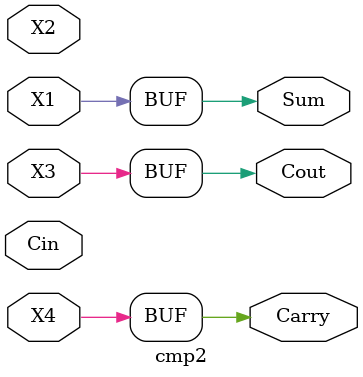
<source format=v>
module cmp2(input X1,X2,X3,X4,Cin, 
					output Sum,Carry,Cout
					);
	
	assign Carry=X4;
	assign Sum=X1;
	assign Cout=X3;
	
endmodule

</source>
